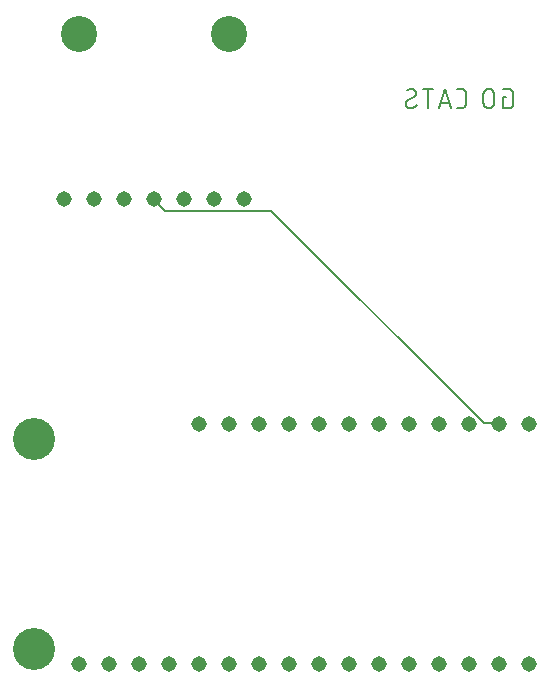
<source format=gbr>
G04 EAGLE Gerber RS-274X export*
G75*
%MOMM*%
%FSLAX34Y34*%
%LPD*%
%INBottom Copper*%
%IPPOS*%
%AMOC8*
5,1,8,0,0,1.08239X$1,22.5*%
G01*
%ADD10C,0.152400*%
%ADD11C,1.308000*%
%ADD12C,3.556000*%
%ADD13C,3.048000*%


D10*
X450116Y530493D02*
X447407Y530493D01*
X447407Y521462D01*
X452826Y521462D01*
X452944Y521464D01*
X453062Y521470D01*
X453180Y521479D01*
X453297Y521493D01*
X453414Y521510D01*
X453531Y521531D01*
X453646Y521556D01*
X453761Y521585D01*
X453875Y521618D01*
X453987Y521654D01*
X454098Y521694D01*
X454208Y521737D01*
X454317Y521784D01*
X454424Y521834D01*
X454529Y521889D01*
X454632Y521946D01*
X454733Y522007D01*
X454833Y522071D01*
X454930Y522138D01*
X455025Y522208D01*
X455117Y522282D01*
X455208Y522358D01*
X455295Y522438D01*
X455380Y522520D01*
X455462Y522605D01*
X455542Y522692D01*
X455618Y522783D01*
X455692Y522875D01*
X455762Y522970D01*
X455829Y523067D01*
X455893Y523167D01*
X455954Y523268D01*
X456011Y523371D01*
X456066Y523476D01*
X456116Y523583D01*
X456163Y523692D01*
X456206Y523802D01*
X456246Y523913D01*
X456282Y524025D01*
X456315Y524139D01*
X456344Y524254D01*
X456369Y524369D01*
X456390Y524486D01*
X456407Y524603D01*
X456421Y524720D01*
X456430Y524838D01*
X456436Y524956D01*
X456438Y525074D01*
X456438Y534106D01*
X456436Y534224D01*
X456430Y534342D01*
X456421Y534460D01*
X456407Y534577D01*
X456390Y534694D01*
X456369Y534811D01*
X456344Y534926D01*
X456315Y535041D01*
X456282Y535155D01*
X456246Y535267D01*
X456206Y535378D01*
X456163Y535488D01*
X456116Y535597D01*
X456066Y535704D01*
X456011Y535809D01*
X455954Y535912D01*
X455893Y536013D01*
X455829Y536113D01*
X455762Y536210D01*
X455692Y536305D01*
X455618Y536397D01*
X455542Y536488D01*
X455462Y536575D01*
X455380Y536660D01*
X455295Y536742D01*
X455208Y536822D01*
X455117Y536898D01*
X455025Y536972D01*
X454930Y537042D01*
X454833Y537109D01*
X454733Y537173D01*
X454632Y537234D01*
X454529Y537291D01*
X454424Y537346D01*
X454317Y537396D01*
X454208Y537443D01*
X454098Y537486D01*
X453987Y537526D01*
X453875Y537562D01*
X453761Y537595D01*
X453646Y537624D01*
X453531Y537649D01*
X453414Y537670D01*
X453297Y537687D01*
X453180Y537701D01*
X453062Y537710D01*
X452944Y537716D01*
X452826Y537718D01*
X447407Y537718D01*
X440286Y533202D02*
X440286Y525978D01*
X440286Y533202D02*
X440284Y533335D01*
X440278Y533467D01*
X440268Y533599D01*
X440255Y533731D01*
X440237Y533863D01*
X440216Y533993D01*
X440191Y534124D01*
X440162Y534253D01*
X440129Y534381D01*
X440093Y534509D01*
X440053Y534635D01*
X440009Y534760D01*
X439961Y534884D01*
X439910Y535006D01*
X439855Y535127D01*
X439797Y535246D01*
X439735Y535364D01*
X439670Y535479D01*
X439601Y535593D01*
X439530Y535704D01*
X439454Y535813D01*
X439376Y535920D01*
X439295Y536025D01*
X439210Y536127D01*
X439123Y536227D01*
X439033Y536324D01*
X438940Y536419D01*
X438844Y536510D01*
X438746Y536599D01*
X438645Y536685D01*
X438541Y536768D01*
X438435Y536848D01*
X438327Y536924D01*
X438217Y536998D01*
X438104Y537068D01*
X437990Y537135D01*
X437873Y537198D01*
X437755Y537258D01*
X437635Y537315D01*
X437513Y537368D01*
X437390Y537417D01*
X437266Y537463D01*
X437140Y537505D01*
X437013Y537543D01*
X436885Y537578D01*
X436756Y537609D01*
X436627Y537636D01*
X436496Y537659D01*
X436365Y537679D01*
X436233Y537694D01*
X436101Y537706D01*
X435969Y537714D01*
X435836Y537718D01*
X435704Y537718D01*
X435571Y537714D01*
X435439Y537706D01*
X435307Y537694D01*
X435175Y537679D01*
X435044Y537659D01*
X434913Y537636D01*
X434784Y537609D01*
X434655Y537578D01*
X434527Y537543D01*
X434400Y537505D01*
X434274Y537463D01*
X434150Y537417D01*
X434027Y537368D01*
X433905Y537315D01*
X433785Y537258D01*
X433667Y537198D01*
X433550Y537135D01*
X433436Y537068D01*
X433323Y536998D01*
X433213Y536924D01*
X433105Y536848D01*
X432999Y536768D01*
X432895Y536685D01*
X432794Y536599D01*
X432696Y536510D01*
X432600Y536419D01*
X432507Y536324D01*
X432417Y536227D01*
X432330Y536127D01*
X432245Y536025D01*
X432164Y535920D01*
X432086Y535813D01*
X432010Y535704D01*
X431939Y535593D01*
X431870Y535479D01*
X431805Y535364D01*
X431743Y535246D01*
X431685Y535127D01*
X431630Y535006D01*
X431579Y534884D01*
X431531Y534760D01*
X431487Y534635D01*
X431447Y534509D01*
X431411Y534381D01*
X431378Y534253D01*
X431349Y534124D01*
X431324Y533993D01*
X431303Y533863D01*
X431285Y533731D01*
X431272Y533599D01*
X431262Y533467D01*
X431256Y533335D01*
X431254Y533202D01*
X431255Y533202D02*
X431255Y525978D01*
X431254Y525978D02*
X431256Y525845D01*
X431262Y525713D01*
X431272Y525581D01*
X431285Y525449D01*
X431303Y525317D01*
X431324Y525187D01*
X431349Y525056D01*
X431378Y524927D01*
X431411Y524799D01*
X431447Y524671D01*
X431487Y524545D01*
X431531Y524420D01*
X431579Y524296D01*
X431630Y524174D01*
X431685Y524053D01*
X431743Y523934D01*
X431805Y523816D01*
X431870Y523701D01*
X431939Y523587D01*
X432010Y523476D01*
X432086Y523367D01*
X432164Y523260D01*
X432245Y523155D01*
X432330Y523053D01*
X432417Y522953D01*
X432507Y522856D01*
X432600Y522761D01*
X432696Y522670D01*
X432794Y522581D01*
X432895Y522495D01*
X432999Y522412D01*
X433105Y522332D01*
X433213Y522256D01*
X433323Y522182D01*
X433436Y522112D01*
X433550Y522045D01*
X433667Y521982D01*
X433785Y521922D01*
X433905Y521865D01*
X434027Y521812D01*
X434150Y521763D01*
X434274Y521717D01*
X434400Y521675D01*
X434527Y521637D01*
X434655Y521602D01*
X434784Y521571D01*
X434913Y521544D01*
X435044Y521521D01*
X435175Y521501D01*
X435307Y521486D01*
X435439Y521474D01*
X435571Y521466D01*
X435704Y521462D01*
X435836Y521462D01*
X435969Y521466D01*
X436101Y521474D01*
X436233Y521486D01*
X436365Y521501D01*
X436496Y521521D01*
X436627Y521544D01*
X436756Y521571D01*
X436885Y521602D01*
X437013Y521637D01*
X437140Y521675D01*
X437266Y521717D01*
X437390Y521763D01*
X437513Y521812D01*
X437635Y521865D01*
X437755Y521922D01*
X437873Y521982D01*
X437990Y522045D01*
X438104Y522112D01*
X438217Y522182D01*
X438327Y522256D01*
X438435Y522332D01*
X438541Y522412D01*
X438645Y522495D01*
X438746Y522581D01*
X438844Y522670D01*
X438940Y522761D01*
X439033Y522856D01*
X439123Y522953D01*
X439210Y523053D01*
X439295Y523155D01*
X439376Y523260D01*
X439454Y523367D01*
X439530Y523476D01*
X439601Y523587D01*
X439670Y523701D01*
X439735Y523816D01*
X439797Y523934D01*
X439855Y524053D01*
X439910Y524174D01*
X439961Y524296D01*
X440009Y524420D01*
X440053Y524545D01*
X440093Y524671D01*
X440129Y524799D01*
X440162Y524927D01*
X440191Y525056D01*
X440216Y525187D01*
X440237Y525317D01*
X440255Y525449D01*
X440268Y525581D01*
X440278Y525713D01*
X440284Y525845D01*
X440286Y525978D01*
X412745Y521462D02*
X409133Y521462D01*
X412745Y521462D02*
X412863Y521464D01*
X412981Y521470D01*
X413099Y521479D01*
X413216Y521493D01*
X413333Y521510D01*
X413450Y521531D01*
X413565Y521556D01*
X413680Y521585D01*
X413794Y521618D01*
X413906Y521654D01*
X414017Y521694D01*
X414127Y521737D01*
X414236Y521784D01*
X414343Y521834D01*
X414448Y521889D01*
X414551Y521946D01*
X414652Y522007D01*
X414752Y522071D01*
X414849Y522138D01*
X414944Y522208D01*
X415036Y522282D01*
X415127Y522358D01*
X415214Y522438D01*
X415299Y522520D01*
X415381Y522605D01*
X415461Y522692D01*
X415537Y522783D01*
X415611Y522875D01*
X415681Y522970D01*
X415748Y523067D01*
X415812Y523167D01*
X415873Y523268D01*
X415930Y523371D01*
X415985Y523476D01*
X416035Y523583D01*
X416082Y523692D01*
X416125Y523802D01*
X416165Y523913D01*
X416201Y524025D01*
X416234Y524139D01*
X416263Y524254D01*
X416288Y524369D01*
X416309Y524486D01*
X416326Y524603D01*
X416340Y524720D01*
X416349Y524838D01*
X416355Y524956D01*
X416357Y525074D01*
X416357Y534106D01*
X416355Y534224D01*
X416349Y534342D01*
X416340Y534460D01*
X416326Y534577D01*
X416309Y534694D01*
X416288Y534811D01*
X416263Y534926D01*
X416234Y535041D01*
X416201Y535155D01*
X416165Y535267D01*
X416125Y535378D01*
X416082Y535488D01*
X416035Y535597D01*
X415985Y535704D01*
X415930Y535809D01*
X415873Y535912D01*
X415812Y536013D01*
X415748Y536113D01*
X415681Y536210D01*
X415611Y536305D01*
X415537Y536397D01*
X415461Y536488D01*
X415381Y536575D01*
X415299Y536660D01*
X415214Y536742D01*
X415127Y536822D01*
X415036Y536898D01*
X414944Y536972D01*
X414849Y537042D01*
X414752Y537109D01*
X414652Y537173D01*
X414551Y537234D01*
X414448Y537291D01*
X414343Y537346D01*
X414236Y537396D01*
X414127Y537443D01*
X414017Y537486D01*
X413906Y537526D01*
X413794Y537562D01*
X413680Y537595D01*
X413565Y537624D01*
X413450Y537649D01*
X413333Y537670D01*
X413216Y537687D01*
X413099Y537701D01*
X412981Y537710D01*
X412863Y537716D01*
X412745Y537718D01*
X409133Y537718D01*
X398776Y537718D02*
X404195Y521462D01*
X393358Y521462D02*
X398776Y537718D01*
X394712Y525526D02*
X402840Y525526D01*
X384187Y521462D02*
X384187Y537718D01*
X379672Y537718D02*
X388703Y537718D01*
X369216Y521462D02*
X369098Y521464D01*
X368980Y521470D01*
X368862Y521479D01*
X368745Y521493D01*
X368628Y521510D01*
X368511Y521531D01*
X368396Y521556D01*
X368281Y521585D01*
X368167Y521618D01*
X368055Y521654D01*
X367944Y521694D01*
X367834Y521737D01*
X367725Y521784D01*
X367618Y521834D01*
X367513Y521889D01*
X367410Y521946D01*
X367309Y522007D01*
X367209Y522071D01*
X367112Y522138D01*
X367017Y522208D01*
X366925Y522282D01*
X366834Y522358D01*
X366747Y522438D01*
X366662Y522520D01*
X366580Y522605D01*
X366500Y522692D01*
X366424Y522783D01*
X366350Y522875D01*
X366280Y522970D01*
X366213Y523067D01*
X366149Y523167D01*
X366088Y523268D01*
X366031Y523371D01*
X365976Y523476D01*
X365926Y523583D01*
X365879Y523692D01*
X365836Y523802D01*
X365796Y523913D01*
X365760Y524025D01*
X365727Y524139D01*
X365698Y524254D01*
X365673Y524369D01*
X365652Y524486D01*
X365635Y524603D01*
X365621Y524720D01*
X365612Y524838D01*
X365606Y524956D01*
X365604Y525074D01*
X369216Y521462D02*
X369399Y521464D01*
X369581Y521471D01*
X369763Y521482D01*
X369945Y521497D01*
X370127Y521517D01*
X370308Y521541D01*
X370488Y521569D01*
X370668Y521601D01*
X370847Y521638D01*
X371024Y521679D01*
X371201Y521725D01*
X371377Y521774D01*
X371552Y521828D01*
X371725Y521886D01*
X371896Y521948D01*
X372067Y522014D01*
X372235Y522085D01*
X372402Y522159D01*
X372567Y522237D01*
X372730Y522319D01*
X372891Y522405D01*
X373050Y522495D01*
X373207Y522589D01*
X373361Y522686D01*
X373513Y522787D01*
X373663Y522892D01*
X373810Y523000D01*
X373954Y523111D01*
X374096Y523226D01*
X374235Y523345D01*
X374371Y523467D01*
X374504Y523592D01*
X374634Y523720D01*
X374183Y534106D02*
X374181Y534224D01*
X374175Y534342D01*
X374166Y534460D01*
X374152Y534577D01*
X374135Y534694D01*
X374114Y534811D01*
X374089Y534926D01*
X374060Y535041D01*
X374027Y535155D01*
X373991Y535267D01*
X373951Y535378D01*
X373908Y535488D01*
X373861Y535597D01*
X373811Y535704D01*
X373756Y535809D01*
X373699Y535912D01*
X373638Y536013D01*
X373574Y536113D01*
X373507Y536210D01*
X373437Y536305D01*
X373363Y536397D01*
X373287Y536488D01*
X373207Y536575D01*
X373125Y536660D01*
X373040Y536742D01*
X372953Y536822D01*
X372862Y536898D01*
X372770Y536972D01*
X372675Y537042D01*
X372578Y537109D01*
X372478Y537173D01*
X372377Y537234D01*
X372274Y537291D01*
X372169Y537346D01*
X372062Y537396D01*
X371953Y537443D01*
X371843Y537486D01*
X371732Y537526D01*
X371620Y537562D01*
X371506Y537595D01*
X371391Y537624D01*
X371276Y537649D01*
X371159Y537670D01*
X371042Y537687D01*
X370925Y537701D01*
X370807Y537710D01*
X370689Y537716D01*
X370571Y537718D01*
X370410Y537716D01*
X370248Y537710D01*
X370087Y537701D01*
X369926Y537687D01*
X369766Y537670D01*
X369606Y537649D01*
X369446Y537624D01*
X369287Y537595D01*
X369129Y537563D01*
X368972Y537527D01*
X368816Y537487D01*
X368660Y537443D01*
X368506Y537395D01*
X368353Y537344D01*
X368201Y537290D01*
X368050Y537231D01*
X367901Y537170D01*
X367754Y537104D01*
X367608Y537035D01*
X367463Y536963D01*
X367321Y536887D01*
X367180Y536808D01*
X367041Y536726D01*
X366905Y536640D01*
X366770Y536551D01*
X366637Y536459D01*
X366507Y536363D01*
X372377Y530945D02*
X372478Y531007D01*
X372578Y531072D01*
X372675Y531141D01*
X372770Y531213D01*
X372863Y531287D01*
X372953Y531365D01*
X373041Y531446D01*
X373126Y531529D01*
X373208Y531615D01*
X373287Y531704D01*
X373364Y531795D01*
X373437Y531889D01*
X373508Y531985D01*
X373575Y532083D01*
X373639Y532183D01*
X373700Y532286D01*
X373757Y532390D01*
X373811Y532496D01*
X373861Y532604D01*
X373908Y532713D01*
X373952Y532824D01*
X373992Y532936D01*
X374028Y533050D01*
X374060Y533164D01*
X374089Y533280D01*
X374114Y533396D01*
X374135Y533513D01*
X374152Y533631D01*
X374166Y533749D01*
X374175Y533868D01*
X374181Y533987D01*
X374183Y534106D01*
X367409Y528235D02*
X367308Y528173D01*
X367208Y528108D01*
X367111Y528039D01*
X367016Y527967D01*
X366923Y527893D01*
X366833Y527815D01*
X366745Y527734D01*
X366660Y527651D01*
X366578Y527565D01*
X366499Y527476D01*
X366422Y527385D01*
X366349Y527291D01*
X366278Y527195D01*
X366211Y527097D01*
X366147Y526997D01*
X366086Y526894D01*
X366029Y526790D01*
X365975Y526684D01*
X365925Y526576D01*
X365878Y526467D01*
X365834Y526356D01*
X365794Y526244D01*
X365758Y526130D01*
X365726Y526016D01*
X365697Y525900D01*
X365672Y525784D01*
X365651Y525667D01*
X365634Y525549D01*
X365620Y525431D01*
X365611Y525312D01*
X365605Y525193D01*
X365603Y525074D01*
X367410Y528235D02*
X372377Y530945D01*
D11*
X215900Y254000D03*
X241300Y254000D03*
X266700Y254000D03*
X292100Y254000D03*
X317500Y254000D03*
X342900Y254000D03*
X368300Y254000D03*
X393700Y254000D03*
X419100Y254000D03*
X444500Y254000D03*
X469900Y254000D03*
X190500Y254000D03*
X469900Y50800D03*
X444500Y50800D03*
X419100Y50800D03*
X393700Y50800D03*
X368300Y50800D03*
X342900Y50800D03*
X317500Y50800D03*
X292100Y50800D03*
X266700Y50800D03*
X241300Y50800D03*
X215900Y50800D03*
X190500Y50800D03*
X165100Y50800D03*
X139700Y50800D03*
X114300Y50800D03*
X88900Y50800D03*
D12*
X50800Y241300D03*
X50800Y63500D03*
D11*
X76200Y444500D03*
X101600Y444500D03*
X127000Y444500D03*
X152400Y444500D03*
X177800Y444500D03*
X203200Y444500D03*
X228600Y444500D03*
D13*
X88900Y584200D03*
X215900Y584200D03*
D10*
X431292Y254508D02*
X443484Y254508D01*
X431292Y254508D02*
X251460Y434340D01*
X161544Y434340D01*
X152400Y443484D01*
X443484Y254508D02*
X444500Y254000D01*
X152400Y443484D02*
X152400Y444500D01*
M02*

</source>
